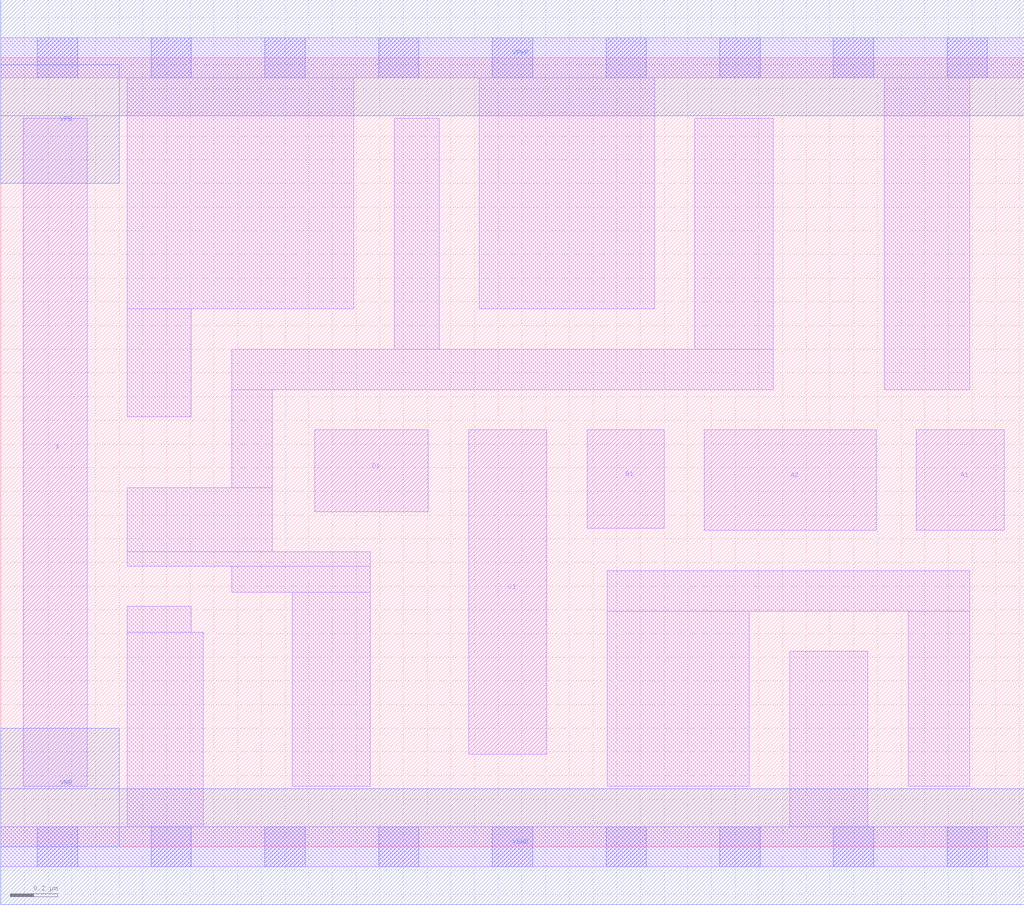
<source format=lef>
# Copyright 2020 The SkyWater PDK Authors
#
# Licensed under the Apache License, Version 2.0 (the "License");
# you may not use this file except in compliance with the License.
# You may obtain a copy of the License at
#
#     https://www.apache.org/licenses/LICENSE-2.0
#
# Unless required by applicable law or agreed to in writing, software
# distributed under the License is distributed on an "AS IS" BASIS,
# WITHOUT WARRANTIES OR CONDITIONS OF ANY KIND, either express or implied.
# See the License for the specific language governing permissions and
# limitations under the License.
#
# SPDX-License-Identifier: Apache-2.0

VERSION 5.5 ;
NAMESCASESENSITIVE ON ;
BUSBITCHARS "[]" ;
DIVIDERCHAR "/" ;
MACRO sky130_fd_sc_lp__o2111a_1
  CLASS CORE ;
  SOURCE USER ;
  ORIGIN  0.000000  0.000000 ;
  SIZE  4.320000 BY  3.330000 ;
  SYMMETRY X Y R90 ;
  SITE unit ;
  PIN A1
    ANTENNAGATEAREA  0.315000 ;
    DIRECTION INPUT ;
    USE SIGNAL ;
    PORT
      LAYER li1 ;
        RECT 3.865000 1.335000 4.235000 1.760000 ;
    END
  END A1
  PIN A2
    ANTENNAGATEAREA  0.315000 ;
    DIRECTION INPUT ;
    USE SIGNAL ;
    PORT
      LAYER li1 ;
        RECT 2.970000 1.335000 3.695000 1.760000 ;
    END
  END A2
  PIN B1
    ANTENNAGATEAREA  0.315000 ;
    DIRECTION INPUT ;
    USE SIGNAL ;
    PORT
      LAYER li1 ;
        RECT 2.475000 1.345000 2.800000 1.760000 ;
    END
  END B1
  PIN C1
    ANTENNAGATEAREA  0.315000 ;
    DIRECTION INPUT ;
    USE SIGNAL ;
    PORT
      LAYER li1 ;
        RECT 1.975000 0.390000 2.305000 1.760000 ;
    END
  END C1
  PIN D1
    ANTENNAGATEAREA  0.315000 ;
    DIRECTION INPUT ;
    USE SIGNAL ;
    PORT
      LAYER li1 ;
        RECT 1.325000 1.415000 1.805000 1.760000 ;
    END
  END D1
  PIN X
    ANTENNADIFFAREA  0.556500 ;
    DIRECTION OUTPUT ;
    USE SIGNAL ;
    PORT
      LAYER li1 ;
        RECT 0.095000 0.255000 0.365000 3.075000 ;
    END
  END X
  PIN VGND
    DIRECTION INOUT ;
    USE GROUND ;
    PORT
      LAYER met1 ;
        RECT 0.000000 -0.245000 4.320000 0.245000 ;
    END
  END VGND
  PIN VNB
    DIRECTION INOUT ;
    USE GROUND ;
    PORT
      LAYER met1 ;
        RECT 0.000000 0.000000 0.500000 0.500000 ;
    END
  END VNB
  PIN VPB
    DIRECTION INOUT ;
    USE POWER ;
    PORT
      LAYER met1 ;
        RECT 0.000000 2.800000 0.500000 3.300000 ;
    END
  END VPB
  PIN VPWR
    DIRECTION INOUT ;
    USE POWER ;
    PORT
      LAYER met1 ;
        RECT 0.000000 3.085000 4.320000 3.575000 ;
    END
  END VPWR
  OBS
    LAYER li1 ;
      RECT 0.000000 -0.085000 4.320000 0.085000 ;
      RECT 0.000000  3.245000 4.320000 3.415000 ;
      RECT 0.535000  0.085000 0.855000 0.905000 ;
      RECT 0.535000  0.905000 0.805000 1.015000 ;
      RECT 0.535000  1.185000 1.560000 1.245000 ;
      RECT 0.535000  1.245000 1.145000 1.515000 ;
      RECT 0.535000  1.815000 0.805000 2.270000 ;
      RECT 0.535000  2.270000 1.490000 3.245000 ;
      RECT 0.975000  1.075000 1.560000 1.185000 ;
      RECT 0.975000  1.515000 1.145000 1.930000 ;
      RECT 0.975000  1.930000 3.260000 2.100000 ;
      RECT 1.230000  0.255000 1.560000 1.075000 ;
      RECT 1.660000  2.100000 1.850000 3.075000 ;
      RECT 2.020000  2.270000 2.760000 3.245000 ;
      RECT 2.560000  0.255000 3.160000 0.995000 ;
      RECT 2.560000  0.995000 4.090000 1.165000 ;
      RECT 2.930000  2.100000 3.260000 3.075000 ;
      RECT 3.330000  0.085000 3.660000 0.825000 ;
      RECT 3.730000  1.930000 4.090000 3.245000 ;
      RECT 3.830000  0.255000 4.090000 0.995000 ;
    LAYER mcon ;
      RECT 0.155000 -0.085000 0.325000 0.085000 ;
      RECT 0.155000  3.245000 0.325000 3.415000 ;
      RECT 0.635000 -0.085000 0.805000 0.085000 ;
      RECT 0.635000  3.245000 0.805000 3.415000 ;
      RECT 1.115000 -0.085000 1.285000 0.085000 ;
      RECT 1.115000  3.245000 1.285000 3.415000 ;
      RECT 1.595000 -0.085000 1.765000 0.085000 ;
      RECT 1.595000  3.245000 1.765000 3.415000 ;
      RECT 2.075000 -0.085000 2.245000 0.085000 ;
      RECT 2.075000  3.245000 2.245000 3.415000 ;
      RECT 2.555000 -0.085000 2.725000 0.085000 ;
      RECT 2.555000  3.245000 2.725000 3.415000 ;
      RECT 3.035000 -0.085000 3.205000 0.085000 ;
      RECT 3.035000  3.245000 3.205000 3.415000 ;
      RECT 3.515000 -0.085000 3.685000 0.085000 ;
      RECT 3.515000  3.245000 3.685000 3.415000 ;
      RECT 3.995000 -0.085000 4.165000 0.085000 ;
      RECT 3.995000  3.245000 4.165000 3.415000 ;
  END
END sky130_fd_sc_lp__o2111a_1
END LIBRARY

</source>
